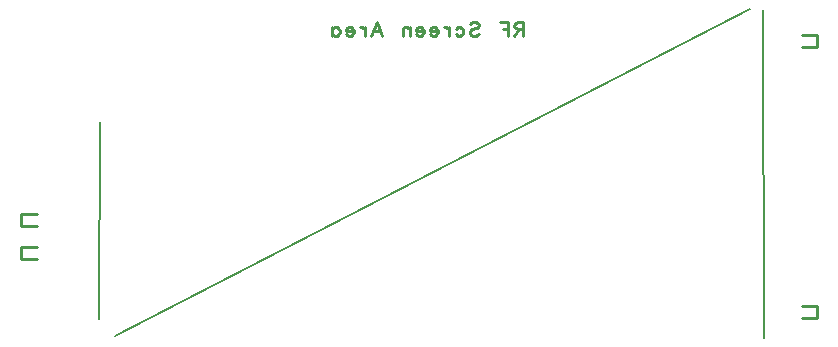
<source format=gbo>
G04 Layer: BottomSilkscreenLayer*
G04 EasyEDA Pro v2.1.51.8c9149c1.e57db4, 2024-04-09 19:57:42*
G04 Gerber Generator version 0.3*
G04 Scale: 100 percent, Rotated: No, Reflected: No*
G04 Dimensions in millimeters*
G04 Leading zeros omitted, absolute positions, 3 integers and 5 decimals*
%FSLAX35Y35*%
%MOMM*%
%ADD10C,0.254*%
%ADD11C,0.18288*%
G75*


G04 Text Start*
G54D10*
G01X3849916Y-1138678D02*
G01X3849916Y-1255264D01*
G01X3849916Y-1138678D02*
G01X3799878Y-1138678D01*
G01X3783114Y-1144012D01*
G01X3777780Y-1149600D01*
G01X3772192Y-1160776D01*
G01Y-1171952D01*
G01X3777780Y-1183128D01*
G01X3783114Y-1188462D01*
G01X3799878Y-1194050D01*
G01X3849916D01*
G01X3811054Y-1194050D02*
G01X3772192Y-1255264D01*
G01X3720122Y-1138678D02*
G01X3720122Y-1255264D01*
G01X3720122Y-1138678D02*
G01X3647986Y-1138678D01*
G01X3720122Y-1194050D02*
G01X3675672Y-1194050D01*
G01X3393732Y-1155188D02*
G01X3404654Y-1144012D01*
G01X3421418Y-1138678D01*
G01X3443770D01*
G01X3460280Y-1144012D01*
G01X3471456Y-1155188D01*
G01Y-1166364D01*
G01X3465868Y-1177540D01*
G01X3460280Y-1183128D01*
G01X3449104Y-1188462D01*
G01X3415830Y-1199638D01*
G01X3404654Y-1205226D01*
G01X3399320Y-1210814D01*
G01X3393732Y-1221990D01*
G01Y-1238500D01*
G01X3404654Y-1249676D01*
G01X3421418Y-1255264D01*
G01X3443770D01*
G01X3460280Y-1249676D01*
G01X3471456Y-1238500D01*
G01X3274860Y-1194050D02*
G01X3286036Y-1183128D01*
G01X3297212Y-1177540D01*
G01X3313976D01*
G01X3324898Y-1183128D01*
G01X3336074Y-1194050D01*
G01X3341662Y-1210814D01*
G01Y-1221990D01*
G01X3336074Y-1238500D01*
G01X3324898Y-1249676D01*
G01X3313976Y-1255264D01*
G01X3297212D01*
G01X3286036Y-1249676D01*
G01X3274860Y-1238500D01*
G01X3222790Y-1177540D02*
G01X3222790Y-1255264D01*
G01X3222790Y-1210814D02*
G01X3217202Y-1194050D01*
G01X3206026Y-1183128D01*
G01X3195104Y-1177540D01*
G01X3178340D01*
G01X3126270Y-1210814D02*
G01X3059468Y-1210814D01*
G01Y-1199638D01*
G01X3065056Y-1188462D01*
G01X3070644Y-1183128D01*
G01X3081820Y-1177540D01*
G01X3098584D01*
G01X3109506Y-1183128D01*
G01X3120682Y-1194050D01*
G01X3126270Y-1210814D01*
G01Y-1221990D01*
G01X3120682Y-1238500D01*
G01X3109506Y-1249676D01*
G01X3098584Y-1255264D01*
G01X3081820D01*
G01X3070644Y-1249676D01*
G01X3059468Y-1238500D01*
G01X3007398Y-1210814D02*
G01X2940596Y-1210814D01*
G01Y-1199638D01*
G01X2946184Y-1188462D01*
G01X2951772Y-1183128D01*
G01X2962948Y-1177540D01*
G01X2979712D01*
G01X2990634Y-1183128D01*
G01X3001810Y-1194050D01*
G01X3007398Y-1210814D01*
G01Y-1221990D01*
G01X3001810Y-1238500D01*
G01X2990634Y-1249676D01*
G01X2979712Y-1255264D01*
G01X2962948D01*
G01X2951772Y-1249676D01*
G01X2940596Y-1238500D01*
G01X2888526Y-1177540D02*
G01X2888526Y-1255264D01*
G01X2888526Y-1199638D02*
G01X2871762Y-1183128D01*
G01X2860840Y-1177540D01*
G01X2844076D01*
G01X2832900Y-1183128D01*
G01X2827312Y-1199638D01*
G01Y-1255264D01*
G01X2606332Y-1138678D02*
G01X2650782Y-1255264D01*
G01X2606332Y-1138678D02*
G01X2561882Y-1255264D01*
G01X2634018Y-1216402D02*
G01X2578646Y-1216402D01*
G01X2509812Y-1177540D02*
G01X2509812Y-1255264D01*
G01X2509812Y-1210814D02*
G01X2504224Y-1194050D01*
G01X2493048Y-1183128D01*
G01X2482126Y-1177540D01*
G01X2465362D01*
G01X2413292Y-1210814D02*
G01X2346490Y-1210814D01*
G01Y-1199638D01*
G01X2352078Y-1188462D01*
G01X2357666Y-1183128D01*
G01X2368842Y-1177540D01*
G01X2385606D01*
G01X2396528Y-1183128D01*
G01X2407704Y-1194050D01*
G01X2413292Y-1210814D01*
G01Y-1221990D01*
G01X2407704Y-1238500D01*
G01X2396528Y-1249676D01*
G01X2385606Y-1255264D01*
G01X2368842D01*
G01X2357666Y-1249676D01*
G01X2346490Y-1238500D01*
G01X2227618Y-1177540D02*
G01X2227618Y-1255264D01*
G01X2227618Y-1194050D02*
G01X2238794Y-1183128D01*
G01X2249970Y-1177540D01*
G01X2266734D01*
G01X2277656Y-1183128D01*
G01X2288832Y-1194050D01*
G01X2294420Y-1210814D01*
G01Y-1221990D01*
G01X2288832Y-1238500D01*
G01X2277656Y-1249676D01*
G01X2266734Y-1255264D01*
G01X2249970D01*
G01X2238794Y-1249676D01*
G01X2227618Y-1238500D01*
G04 Text End*

G04 PolygonModel Start*
G54D11*
G01X5878843Y-1034467D02*
G01X5888576Y-3808548D01*
G01X261358Y-1985761D02*
G01X257443Y-3653306D01*
G01X5764886Y-1023632D02*
G01X393882Y-3795870D01*
G54D10*
G01X-400604Y-2863042D02*
G01X-270604Y-2863042D01*
G01X-400604Y-2763042D02*
G01X-270604Y-2763042D01*
G01X-400604Y-2863042D02*
G01X-400604Y-2763042D01*
G01X6334198Y-1245928D02*
G01X6204198Y-1245928D01*
G01X6334198Y-1345928D02*
G01X6204198Y-1345928D01*
G01X6334198Y-1245928D02*
G01X6334198Y-1345928D01*
G01X-400604Y-3143464D02*
G01X-270604Y-3143464D01*
G01X-400604Y-3043464D02*
G01X-270604Y-3043464D01*
G01X-400604Y-3143464D02*
G01X-400604Y-3043464D01*
G01X6334198Y-3543160D02*
G01X6204198Y-3543160D01*
G01X6334198Y-3643160D02*
G01X6204198Y-3643160D01*
G01X6334198Y-3543160D02*
G01X6334198Y-3643160D01*
G04 PolygonModel End*

M02*

</source>
